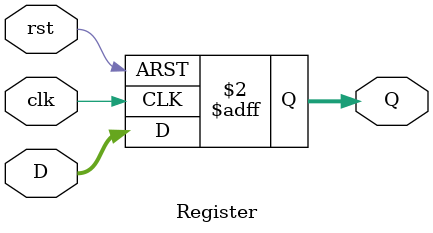
<source format=sv>
module Register #(parameter N = 8) (input clk, rst,
												input [N-1:0] D,
												output logic [N-1:0] Q);
												
always_ff @ (negedge clk or posedge rst)
	if (rst) Q = 8'h00;
	else
		Q=D;

endmodule 
</source>
